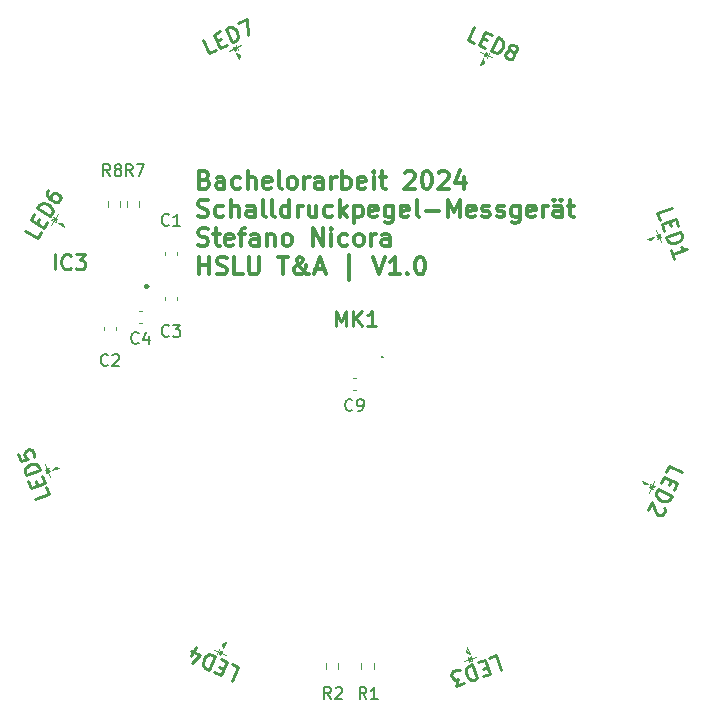
<source format=gto>
%TF.GenerationSoftware,KiCad,Pcbnew,8.0.0*%
%TF.CreationDate,2024-03-12T16:19:55+01:00*%
%TF.ProjectId,BAT2024,42415432-3032-4342-9e6b-696361645f70,1.0*%
%TF.SameCoordinates,Original*%
%TF.FileFunction,Legend,Top*%
%TF.FilePolarity,Positive*%
%FSLAX46Y46*%
G04 Gerber Fmt 4.6, Leading zero omitted, Abs format (unit mm)*
G04 Created by KiCad (PCBNEW 8.0.0) date 2024-03-12 16:19:55*
%MOMM*%
%LPD*%
G01*
G04 APERTURE LIST*
%ADD10C,0.300000*%
%ADD11C,0.254000*%
%ADD12C,0.150000*%
%ADD13C,0.120000*%
%ADD14C,0.250000*%
%ADD15C,0.200000*%
G04 APERTURE END LIST*
D10*
X101682510Y-42598366D02*
X101896796Y-42669794D01*
X101896796Y-42669794D02*
X101968225Y-42741223D01*
X101968225Y-42741223D02*
X102039653Y-42884080D01*
X102039653Y-42884080D02*
X102039653Y-43098366D01*
X102039653Y-43098366D02*
X101968225Y-43241223D01*
X101968225Y-43241223D02*
X101896796Y-43312652D01*
X101896796Y-43312652D02*
X101753939Y-43384080D01*
X101753939Y-43384080D02*
X101182510Y-43384080D01*
X101182510Y-43384080D02*
X101182510Y-41884080D01*
X101182510Y-41884080D02*
X101682510Y-41884080D01*
X101682510Y-41884080D02*
X101825368Y-41955509D01*
X101825368Y-41955509D02*
X101896796Y-42026937D01*
X101896796Y-42026937D02*
X101968225Y-42169794D01*
X101968225Y-42169794D02*
X101968225Y-42312652D01*
X101968225Y-42312652D02*
X101896796Y-42455509D01*
X101896796Y-42455509D02*
X101825368Y-42526937D01*
X101825368Y-42526937D02*
X101682510Y-42598366D01*
X101682510Y-42598366D02*
X101182510Y-42598366D01*
X103325368Y-43384080D02*
X103325368Y-42598366D01*
X103325368Y-42598366D02*
X103253939Y-42455509D01*
X103253939Y-42455509D02*
X103111082Y-42384080D01*
X103111082Y-42384080D02*
X102825368Y-42384080D01*
X102825368Y-42384080D02*
X102682510Y-42455509D01*
X103325368Y-43312652D02*
X103182510Y-43384080D01*
X103182510Y-43384080D02*
X102825368Y-43384080D01*
X102825368Y-43384080D02*
X102682510Y-43312652D01*
X102682510Y-43312652D02*
X102611082Y-43169794D01*
X102611082Y-43169794D02*
X102611082Y-43026937D01*
X102611082Y-43026937D02*
X102682510Y-42884080D01*
X102682510Y-42884080D02*
X102825368Y-42812652D01*
X102825368Y-42812652D02*
X103182510Y-42812652D01*
X103182510Y-42812652D02*
X103325368Y-42741223D01*
X104682511Y-43312652D02*
X104539653Y-43384080D01*
X104539653Y-43384080D02*
X104253939Y-43384080D01*
X104253939Y-43384080D02*
X104111082Y-43312652D01*
X104111082Y-43312652D02*
X104039653Y-43241223D01*
X104039653Y-43241223D02*
X103968225Y-43098366D01*
X103968225Y-43098366D02*
X103968225Y-42669794D01*
X103968225Y-42669794D02*
X104039653Y-42526937D01*
X104039653Y-42526937D02*
X104111082Y-42455509D01*
X104111082Y-42455509D02*
X104253939Y-42384080D01*
X104253939Y-42384080D02*
X104539653Y-42384080D01*
X104539653Y-42384080D02*
X104682511Y-42455509D01*
X105325367Y-43384080D02*
X105325367Y-41884080D01*
X105968225Y-43384080D02*
X105968225Y-42598366D01*
X105968225Y-42598366D02*
X105896796Y-42455509D01*
X105896796Y-42455509D02*
X105753939Y-42384080D01*
X105753939Y-42384080D02*
X105539653Y-42384080D01*
X105539653Y-42384080D02*
X105396796Y-42455509D01*
X105396796Y-42455509D02*
X105325367Y-42526937D01*
X107253939Y-43312652D02*
X107111082Y-43384080D01*
X107111082Y-43384080D02*
X106825368Y-43384080D01*
X106825368Y-43384080D02*
X106682510Y-43312652D01*
X106682510Y-43312652D02*
X106611082Y-43169794D01*
X106611082Y-43169794D02*
X106611082Y-42598366D01*
X106611082Y-42598366D02*
X106682510Y-42455509D01*
X106682510Y-42455509D02*
X106825368Y-42384080D01*
X106825368Y-42384080D02*
X107111082Y-42384080D01*
X107111082Y-42384080D02*
X107253939Y-42455509D01*
X107253939Y-42455509D02*
X107325368Y-42598366D01*
X107325368Y-42598366D02*
X107325368Y-42741223D01*
X107325368Y-42741223D02*
X106611082Y-42884080D01*
X108182510Y-43384080D02*
X108039653Y-43312652D01*
X108039653Y-43312652D02*
X107968224Y-43169794D01*
X107968224Y-43169794D02*
X107968224Y-41884080D01*
X108968224Y-43384080D02*
X108825367Y-43312652D01*
X108825367Y-43312652D02*
X108753938Y-43241223D01*
X108753938Y-43241223D02*
X108682510Y-43098366D01*
X108682510Y-43098366D02*
X108682510Y-42669794D01*
X108682510Y-42669794D02*
X108753938Y-42526937D01*
X108753938Y-42526937D02*
X108825367Y-42455509D01*
X108825367Y-42455509D02*
X108968224Y-42384080D01*
X108968224Y-42384080D02*
X109182510Y-42384080D01*
X109182510Y-42384080D02*
X109325367Y-42455509D01*
X109325367Y-42455509D02*
X109396796Y-42526937D01*
X109396796Y-42526937D02*
X109468224Y-42669794D01*
X109468224Y-42669794D02*
X109468224Y-43098366D01*
X109468224Y-43098366D02*
X109396796Y-43241223D01*
X109396796Y-43241223D02*
X109325367Y-43312652D01*
X109325367Y-43312652D02*
X109182510Y-43384080D01*
X109182510Y-43384080D02*
X108968224Y-43384080D01*
X110111081Y-43384080D02*
X110111081Y-42384080D01*
X110111081Y-42669794D02*
X110182510Y-42526937D01*
X110182510Y-42526937D02*
X110253939Y-42455509D01*
X110253939Y-42455509D02*
X110396796Y-42384080D01*
X110396796Y-42384080D02*
X110539653Y-42384080D01*
X111682510Y-43384080D02*
X111682510Y-42598366D01*
X111682510Y-42598366D02*
X111611081Y-42455509D01*
X111611081Y-42455509D02*
X111468224Y-42384080D01*
X111468224Y-42384080D02*
X111182510Y-42384080D01*
X111182510Y-42384080D02*
X111039652Y-42455509D01*
X111682510Y-43312652D02*
X111539652Y-43384080D01*
X111539652Y-43384080D02*
X111182510Y-43384080D01*
X111182510Y-43384080D02*
X111039652Y-43312652D01*
X111039652Y-43312652D02*
X110968224Y-43169794D01*
X110968224Y-43169794D02*
X110968224Y-43026937D01*
X110968224Y-43026937D02*
X111039652Y-42884080D01*
X111039652Y-42884080D02*
X111182510Y-42812652D01*
X111182510Y-42812652D02*
X111539652Y-42812652D01*
X111539652Y-42812652D02*
X111682510Y-42741223D01*
X112396795Y-43384080D02*
X112396795Y-42384080D01*
X112396795Y-42669794D02*
X112468224Y-42526937D01*
X112468224Y-42526937D02*
X112539653Y-42455509D01*
X112539653Y-42455509D02*
X112682510Y-42384080D01*
X112682510Y-42384080D02*
X112825367Y-42384080D01*
X113325366Y-43384080D02*
X113325366Y-41884080D01*
X113325366Y-42455509D02*
X113468224Y-42384080D01*
X113468224Y-42384080D02*
X113753938Y-42384080D01*
X113753938Y-42384080D02*
X113896795Y-42455509D01*
X113896795Y-42455509D02*
X113968224Y-42526937D01*
X113968224Y-42526937D02*
X114039652Y-42669794D01*
X114039652Y-42669794D02*
X114039652Y-43098366D01*
X114039652Y-43098366D02*
X113968224Y-43241223D01*
X113968224Y-43241223D02*
X113896795Y-43312652D01*
X113896795Y-43312652D02*
X113753938Y-43384080D01*
X113753938Y-43384080D02*
X113468224Y-43384080D01*
X113468224Y-43384080D02*
X113325366Y-43312652D01*
X115253938Y-43312652D02*
X115111081Y-43384080D01*
X115111081Y-43384080D02*
X114825367Y-43384080D01*
X114825367Y-43384080D02*
X114682509Y-43312652D01*
X114682509Y-43312652D02*
X114611081Y-43169794D01*
X114611081Y-43169794D02*
X114611081Y-42598366D01*
X114611081Y-42598366D02*
X114682509Y-42455509D01*
X114682509Y-42455509D02*
X114825367Y-42384080D01*
X114825367Y-42384080D02*
X115111081Y-42384080D01*
X115111081Y-42384080D02*
X115253938Y-42455509D01*
X115253938Y-42455509D02*
X115325367Y-42598366D01*
X115325367Y-42598366D02*
X115325367Y-42741223D01*
X115325367Y-42741223D02*
X114611081Y-42884080D01*
X115968223Y-43384080D02*
X115968223Y-42384080D01*
X115968223Y-41884080D02*
X115896795Y-41955509D01*
X115896795Y-41955509D02*
X115968223Y-42026937D01*
X115968223Y-42026937D02*
X116039652Y-41955509D01*
X116039652Y-41955509D02*
X115968223Y-41884080D01*
X115968223Y-41884080D02*
X115968223Y-42026937D01*
X116468224Y-42384080D02*
X117039652Y-42384080D01*
X116682509Y-41884080D02*
X116682509Y-43169794D01*
X116682509Y-43169794D02*
X116753938Y-43312652D01*
X116753938Y-43312652D02*
X116896795Y-43384080D01*
X116896795Y-43384080D02*
X117039652Y-43384080D01*
X118611081Y-42026937D02*
X118682509Y-41955509D01*
X118682509Y-41955509D02*
X118825367Y-41884080D01*
X118825367Y-41884080D02*
X119182509Y-41884080D01*
X119182509Y-41884080D02*
X119325367Y-41955509D01*
X119325367Y-41955509D02*
X119396795Y-42026937D01*
X119396795Y-42026937D02*
X119468224Y-42169794D01*
X119468224Y-42169794D02*
X119468224Y-42312652D01*
X119468224Y-42312652D02*
X119396795Y-42526937D01*
X119396795Y-42526937D02*
X118539652Y-43384080D01*
X118539652Y-43384080D02*
X119468224Y-43384080D01*
X120396795Y-41884080D02*
X120539652Y-41884080D01*
X120539652Y-41884080D02*
X120682509Y-41955509D01*
X120682509Y-41955509D02*
X120753938Y-42026937D01*
X120753938Y-42026937D02*
X120825366Y-42169794D01*
X120825366Y-42169794D02*
X120896795Y-42455509D01*
X120896795Y-42455509D02*
X120896795Y-42812652D01*
X120896795Y-42812652D02*
X120825366Y-43098366D01*
X120825366Y-43098366D02*
X120753938Y-43241223D01*
X120753938Y-43241223D02*
X120682509Y-43312652D01*
X120682509Y-43312652D02*
X120539652Y-43384080D01*
X120539652Y-43384080D02*
X120396795Y-43384080D01*
X120396795Y-43384080D02*
X120253938Y-43312652D01*
X120253938Y-43312652D02*
X120182509Y-43241223D01*
X120182509Y-43241223D02*
X120111080Y-43098366D01*
X120111080Y-43098366D02*
X120039652Y-42812652D01*
X120039652Y-42812652D02*
X120039652Y-42455509D01*
X120039652Y-42455509D02*
X120111080Y-42169794D01*
X120111080Y-42169794D02*
X120182509Y-42026937D01*
X120182509Y-42026937D02*
X120253938Y-41955509D01*
X120253938Y-41955509D02*
X120396795Y-41884080D01*
X121468223Y-42026937D02*
X121539651Y-41955509D01*
X121539651Y-41955509D02*
X121682509Y-41884080D01*
X121682509Y-41884080D02*
X122039651Y-41884080D01*
X122039651Y-41884080D02*
X122182509Y-41955509D01*
X122182509Y-41955509D02*
X122253937Y-42026937D01*
X122253937Y-42026937D02*
X122325366Y-42169794D01*
X122325366Y-42169794D02*
X122325366Y-42312652D01*
X122325366Y-42312652D02*
X122253937Y-42526937D01*
X122253937Y-42526937D02*
X121396794Y-43384080D01*
X121396794Y-43384080D02*
X122325366Y-43384080D01*
X123611080Y-42384080D02*
X123611080Y-43384080D01*
X123253937Y-41812652D02*
X122896794Y-42884080D01*
X122896794Y-42884080D02*
X123825365Y-42884080D01*
X101111082Y-45727568D02*
X101325368Y-45798996D01*
X101325368Y-45798996D02*
X101682510Y-45798996D01*
X101682510Y-45798996D02*
X101825368Y-45727568D01*
X101825368Y-45727568D02*
X101896796Y-45656139D01*
X101896796Y-45656139D02*
X101968225Y-45513282D01*
X101968225Y-45513282D02*
X101968225Y-45370425D01*
X101968225Y-45370425D02*
X101896796Y-45227568D01*
X101896796Y-45227568D02*
X101825368Y-45156139D01*
X101825368Y-45156139D02*
X101682510Y-45084710D01*
X101682510Y-45084710D02*
X101396796Y-45013282D01*
X101396796Y-45013282D02*
X101253939Y-44941853D01*
X101253939Y-44941853D02*
X101182510Y-44870425D01*
X101182510Y-44870425D02*
X101111082Y-44727568D01*
X101111082Y-44727568D02*
X101111082Y-44584710D01*
X101111082Y-44584710D02*
X101182510Y-44441853D01*
X101182510Y-44441853D02*
X101253939Y-44370425D01*
X101253939Y-44370425D02*
X101396796Y-44298996D01*
X101396796Y-44298996D02*
X101753939Y-44298996D01*
X101753939Y-44298996D02*
X101968225Y-44370425D01*
X103253939Y-45727568D02*
X103111081Y-45798996D01*
X103111081Y-45798996D02*
X102825367Y-45798996D01*
X102825367Y-45798996D02*
X102682510Y-45727568D01*
X102682510Y-45727568D02*
X102611081Y-45656139D01*
X102611081Y-45656139D02*
X102539653Y-45513282D01*
X102539653Y-45513282D02*
X102539653Y-45084710D01*
X102539653Y-45084710D02*
X102611081Y-44941853D01*
X102611081Y-44941853D02*
X102682510Y-44870425D01*
X102682510Y-44870425D02*
X102825367Y-44798996D01*
X102825367Y-44798996D02*
X103111081Y-44798996D01*
X103111081Y-44798996D02*
X103253939Y-44870425D01*
X103896795Y-45798996D02*
X103896795Y-44298996D01*
X104539653Y-45798996D02*
X104539653Y-45013282D01*
X104539653Y-45013282D02*
X104468224Y-44870425D01*
X104468224Y-44870425D02*
X104325367Y-44798996D01*
X104325367Y-44798996D02*
X104111081Y-44798996D01*
X104111081Y-44798996D02*
X103968224Y-44870425D01*
X103968224Y-44870425D02*
X103896795Y-44941853D01*
X105896796Y-45798996D02*
X105896796Y-45013282D01*
X105896796Y-45013282D02*
X105825367Y-44870425D01*
X105825367Y-44870425D02*
X105682510Y-44798996D01*
X105682510Y-44798996D02*
X105396796Y-44798996D01*
X105396796Y-44798996D02*
X105253938Y-44870425D01*
X105896796Y-45727568D02*
X105753938Y-45798996D01*
X105753938Y-45798996D02*
X105396796Y-45798996D01*
X105396796Y-45798996D02*
X105253938Y-45727568D01*
X105253938Y-45727568D02*
X105182510Y-45584710D01*
X105182510Y-45584710D02*
X105182510Y-45441853D01*
X105182510Y-45441853D02*
X105253938Y-45298996D01*
X105253938Y-45298996D02*
X105396796Y-45227568D01*
X105396796Y-45227568D02*
X105753938Y-45227568D01*
X105753938Y-45227568D02*
X105896796Y-45156139D01*
X106825367Y-45798996D02*
X106682510Y-45727568D01*
X106682510Y-45727568D02*
X106611081Y-45584710D01*
X106611081Y-45584710D02*
X106611081Y-44298996D01*
X107611081Y-45798996D02*
X107468224Y-45727568D01*
X107468224Y-45727568D02*
X107396795Y-45584710D01*
X107396795Y-45584710D02*
X107396795Y-44298996D01*
X108825367Y-45798996D02*
X108825367Y-44298996D01*
X108825367Y-45727568D02*
X108682509Y-45798996D01*
X108682509Y-45798996D02*
X108396795Y-45798996D01*
X108396795Y-45798996D02*
X108253938Y-45727568D01*
X108253938Y-45727568D02*
X108182509Y-45656139D01*
X108182509Y-45656139D02*
X108111081Y-45513282D01*
X108111081Y-45513282D02*
X108111081Y-45084710D01*
X108111081Y-45084710D02*
X108182509Y-44941853D01*
X108182509Y-44941853D02*
X108253938Y-44870425D01*
X108253938Y-44870425D02*
X108396795Y-44798996D01*
X108396795Y-44798996D02*
X108682509Y-44798996D01*
X108682509Y-44798996D02*
X108825367Y-44870425D01*
X109539652Y-45798996D02*
X109539652Y-44798996D01*
X109539652Y-45084710D02*
X109611081Y-44941853D01*
X109611081Y-44941853D02*
X109682510Y-44870425D01*
X109682510Y-44870425D02*
X109825367Y-44798996D01*
X109825367Y-44798996D02*
X109968224Y-44798996D01*
X111111081Y-44798996D02*
X111111081Y-45798996D01*
X110468223Y-44798996D02*
X110468223Y-45584710D01*
X110468223Y-45584710D02*
X110539652Y-45727568D01*
X110539652Y-45727568D02*
X110682509Y-45798996D01*
X110682509Y-45798996D02*
X110896795Y-45798996D01*
X110896795Y-45798996D02*
X111039652Y-45727568D01*
X111039652Y-45727568D02*
X111111081Y-45656139D01*
X112468224Y-45727568D02*
X112325366Y-45798996D01*
X112325366Y-45798996D02*
X112039652Y-45798996D01*
X112039652Y-45798996D02*
X111896795Y-45727568D01*
X111896795Y-45727568D02*
X111825366Y-45656139D01*
X111825366Y-45656139D02*
X111753938Y-45513282D01*
X111753938Y-45513282D02*
X111753938Y-45084710D01*
X111753938Y-45084710D02*
X111825366Y-44941853D01*
X111825366Y-44941853D02*
X111896795Y-44870425D01*
X111896795Y-44870425D02*
X112039652Y-44798996D01*
X112039652Y-44798996D02*
X112325366Y-44798996D01*
X112325366Y-44798996D02*
X112468224Y-44870425D01*
X113111080Y-45798996D02*
X113111080Y-44298996D01*
X113253938Y-45227568D02*
X113682509Y-45798996D01*
X113682509Y-44798996D02*
X113111080Y-45370425D01*
X114325366Y-44798996D02*
X114325366Y-46298996D01*
X114325366Y-44870425D02*
X114468224Y-44798996D01*
X114468224Y-44798996D02*
X114753938Y-44798996D01*
X114753938Y-44798996D02*
X114896795Y-44870425D01*
X114896795Y-44870425D02*
X114968224Y-44941853D01*
X114968224Y-44941853D02*
X115039652Y-45084710D01*
X115039652Y-45084710D02*
X115039652Y-45513282D01*
X115039652Y-45513282D02*
X114968224Y-45656139D01*
X114968224Y-45656139D02*
X114896795Y-45727568D01*
X114896795Y-45727568D02*
X114753938Y-45798996D01*
X114753938Y-45798996D02*
X114468224Y-45798996D01*
X114468224Y-45798996D02*
X114325366Y-45727568D01*
X116253938Y-45727568D02*
X116111081Y-45798996D01*
X116111081Y-45798996D02*
X115825367Y-45798996D01*
X115825367Y-45798996D02*
X115682509Y-45727568D01*
X115682509Y-45727568D02*
X115611081Y-45584710D01*
X115611081Y-45584710D02*
X115611081Y-45013282D01*
X115611081Y-45013282D02*
X115682509Y-44870425D01*
X115682509Y-44870425D02*
X115825367Y-44798996D01*
X115825367Y-44798996D02*
X116111081Y-44798996D01*
X116111081Y-44798996D02*
X116253938Y-44870425D01*
X116253938Y-44870425D02*
X116325367Y-45013282D01*
X116325367Y-45013282D02*
X116325367Y-45156139D01*
X116325367Y-45156139D02*
X115611081Y-45298996D01*
X117611081Y-44798996D02*
X117611081Y-46013282D01*
X117611081Y-46013282D02*
X117539652Y-46156139D01*
X117539652Y-46156139D02*
X117468223Y-46227568D01*
X117468223Y-46227568D02*
X117325366Y-46298996D01*
X117325366Y-46298996D02*
X117111081Y-46298996D01*
X117111081Y-46298996D02*
X116968223Y-46227568D01*
X117611081Y-45727568D02*
X117468223Y-45798996D01*
X117468223Y-45798996D02*
X117182509Y-45798996D01*
X117182509Y-45798996D02*
X117039652Y-45727568D01*
X117039652Y-45727568D02*
X116968223Y-45656139D01*
X116968223Y-45656139D02*
X116896795Y-45513282D01*
X116896795Y-45513282D02*
X116896795Y-45084710D01*
X116896795Y-45084710D02*
X116968223Y-44941853D01*
X116968223Y-44941853D02*
X117039652Y-44870425D01*
X117039652Y-44870425D02*
X117182509Y-44798996D01*
X117182509Y-44798996D02*
X117468223Y-44798996D01*
X117468223Y-44798996D02*
X117611081Y-44870425D01*
X118896795Y-45727568D02*
X118753938Y-45798996D01*
X118753938Y-45798996D02*
X118468224Y-45798996D01*
X118468224Y-45798996D02*
X118325366Y-45727568D01*
X118325366Y-45727568D02*
X118253938Y-45584710D01*
X118253938Y-45584710D02*
X118253938Y-45013282D01*
X118253938Y-45013282D02*
X118325366Y-44870425D01*
X118325366Y-44870425D02*
X118468224Y-44798996D01*
X118468224Y-44798996D02*
X118753938Y-44798996D01*
X118753938Y-44798996D02*
X118896795Y-44870425D01*
X118896795Y-44870425D02*
X118968224Y-45013282D01*
X118968224Y-45013282D02*
X118968224Y-45156139D01*
X118968224Y-45156139D02*
X118253938Y-45298996D01*
X119825366Y-45798996D02*
X119682509Y-45727568D01*
X119682509Y-45727568D02*
X119611080Y-45584710D01*
X119611080Y-45584710D02*
X119611080Y-44298996D01*
X120396794Y-45227568D02*
X121539652Y-45227568D01*
X122253937Y-45798996D02*
X122253937Y-44298996D01*
X122253937Y-44298996D02*
X122753937Y-45370425D01*
X122753937Y-45370425D02*
X123253937Y-44298996D01*
X123253937Y-44298996D02*
X123253937Y-45798996D01*
X124539652Y-45727568D02*
X124396795Y-45798996D01*
X124396795Y-45798996D02*
X124111081Y-45798996D01*
X124111081Y-45798996D02*
X123968223Y-45727568D01*
X123968223Y-45727568D02*
X123896795Y-45584710D01*
X123896795Y-45584710D02*
X123896795Y-45013282D01*
X123896795Y-45013282D02*
X123968223Y-44870425D01*
X123968223Y-44870425D02*
X124111081Y-44798996D01*
X124111081Y-44798996D02*
X124396795Y-44798996D01*
X124396795Y-44798996D02*
X124539652Y-44870425D01*
X124539652Y-44870425D02*
X124611081Y-45013282D01*
X124611081Y-45013282D02*
X124611081Y-45156139D01*
X124611081Y-45156139D02*
X123896795Y-45298996D01*
X125182509Y-45727568D02*
X125325366Y-45798996D01*
X125325366Y-45798996D02*
X125611080Y-45798996D01*
X125611080Y-45798996D02*
X125753937Y-45727568D01*
X125753937Y-45727568D02*
X125825366Y-45584710D01*
X125825366Y-45584710D02*
X125825366Y-45513282D01*
X125825366Y-45513282D02*
X125753937Y-45370425D01*
X125753937Y-45370425D02*
X125611080Y-45298996D01*
X125611080Y-45298996D02*
X125396795Y-45298996D01*
X125396795Y-45298996D02*
X125253937Y-45227568D01*
X125253937Y-45227568D02*
X125182509Y-45084710D01*
X125182509Y-45084710D02*
X125182509Y-45013282D01*
X125182509Y-45013282D02*
X125253937Y-44870425D01*
X125253937Y-44870425D02*
X125396795Y-44798996D01*
X125396795Y-44798996D02*
X125611080Y-44798996D01*
X125611080Y-44798996D02*
X125753937Y-44870425D01*
X126396795Y-45727568D02*
X126539652Y-45798996D01*
X126539652Y-45798996D02*
X126825366Y-45798996D01*
X126825366Y-45798996D02*
X126968223Y-45727568D01*
X126968223Y-45727568D02*
X127039652Y-45584710D01*
X127039652Y-45584710D02*
X127039652Y-45513282D01*
X127039652Y-45513282D02*
X126968223Y-45370425D01*
X126968223Y-45370425D02*
X126825366Y-45298996D01*
X126825366Y-45298996D02*
X126611081Y-45298996D01*
X126611081Y-45298996D02*
X126468223Y-45227568D01*
X126468223Y-45227568D02*
X126396795Y-45084710D01*
X126396795Y-45084710D02*
X126396795Y-45013282D01*
X126396795Y-45013282D02*
X126468223Y-44870425D01*
X126468223Y-44870425D02*
X126611081Y-44798996D01*
X126611081Y-44798996D02*
X126825366Y-44798996D01*
X126825366Y-44798996D02*
X126968223Y-44870425D01*
X128325367Y-44798996D02*
X128325367Y-46013282D01*
X128325367Y-46013282D02*
X128253938Y-46156139D01*
X128253938Y-46156139D02*
X128182509Y-46227568D01*
X128182509Y-46227568D02*
X128039652Y-46298996D01*
X128039652Y-46298996D02*
X127825367Y-46298996D01*
X127825367Y-46298996D02*
X127682509Y-46227568D01*
X128325367Y-45727568D02*
X128182509Y-45798996D01*
X128182509Y-45798996D02*
X127896795Y-45798996D01*
X127896795Y-45798996D02*
X127753938Y-45727568D01*
X127753938Y-45727568D02*
X127682509Y-45656139D01*
X127682509Y-45656139D02*
X127611081Y-45513282D01*
X127611081Y-45513282D02*
X127611081Y-45084710D01*
X127611081Y-45084710D02*
X127682509Y-44941853D01*
X127682509Y-44941853D02*
X127753938Y-44870425D01*
X127753938Y-44870425D02*
X127896795Y-44798996D01*
X127896795Y-44798996D02*
X128182509Y-44798996D01*
X128182509Y-44798996D02*
X128325367Y-44870425D01*
X129611081Y-45727568D02*
X129468224Y-45798996D01*
X129468224Y-45798996D02*
X129182510Y-45798996D01*
X129182510Y-45798996D02*
X129039652Y-45727568D01*
X129039652Y-45727568D02*
X128968224Y-45584710D01*
X128968224Y-45584710D02*
X128968224Y-45013282D01*
X128968224Y-45013282D02*
X129039652Y-44870425D01*
X129039652Y-44870425D02*
X129182510Y-44798996D01*
X129182510Y-44798996D02*
X129468224Y-44798996D01*
X129468224Y-44798996D02*
X129611081Y-44870425D01*
X129611081Y-44870425D02*
X129682510Y-45013282D01*
X129682510Y-45013282D02*
X129682510Y-45156139D01*
X129682510Y-45156139D02*
X128968224Y-45298996D01*
X130325366Y-45798996D02*
X130325366Y-44798996D01*
X130325366Y-45084710D02*
X130396795Y-44941853D01*
X130396795Y-44941853D02*
X130468224Y-44870425D01*
X130468224Y-44870425D02*
X130611081Y-44798996D01*
X130611081Y-44798996D02*
X130753938Y-44798996D01*
X131896795Y-45798996D02*
X131896795Y-45013282D01*
X131896795Y-45013282D02*
X131825366Y-44870425D01*
X131825366Y-44870425D02*
X131682509Y-44798996D01*
X131682509Y-44798996D02*
X131396795Y-44798996D01*
X131396795Y-44798996D02*
X131253937Y-44870425D01*
X131896795Y-45727568D02*
X131753937Y-45798996D01*
X131753937Y-45798996D02*
X131396795Y-45798996D01*
X131396795Y-45798996D02*
X131253937Y-45727568D01*
X131253937Y-45727568D02*
X131182509Y-45584710D01*
X131182509Y-45584710D02*
X131182509Y-45441853D01*
X131182509Y-45441853D02*
X131253937Y-45298996D01*
X131253937Y-45298996D02*
X131396795Y-45227568D01*
X131396795Y-45227568D02*
X131753937Y-45227568D01*
X131753937Y-45227568D02*
X131896795Y-45156139D01*
X131253937Y-44298996D02*
X131325366Y-44370425D01*
X131325366Y-44370425D02*
X131253937Y-44441853D01*
X131253937Y-44441853D02*
X131182509Y-44370425D01*
X131182509Y-44370425D02*
X131253937Y-44298996D01*
X131253937Y-44298996D02*
X131253937Y-44441853D01*
X131825366Y-44298996D02*
X131896795Y-44370425D01*
X131896795Y-44370425D02*
X131825366Y-44441853D01*
X131825366Y-44441853D02*
X131753937Y-44370425D01*
X131753937Y-44370425D02*
X131825366Y-44298996D01*
X131825366Y-44298996D02*
X131825366Y-44441853D01*
X132396795Y-44798996D02*
X132968223Y-44798996D01*
X132611080Y-44298996D02*
X132611080Y-45584710D01*
X132611080Y-45584710D02*
X132682509Y-45727568D01*
X132682509Y-45727568D02*
X132825366Y-45798996D01*
X132825366Y-45798996D02*
X132968223Y-45798996D01*
X101111082Y-48142484D02*
X101325368Y-48213912D01*
X101325368Y-48213912D02*
X101682510Y-48213912D01*
X101682510Y-48213912D02*
X101825368Y-48142484D01*
X101825368Y-48142484D02*
X101896796Y-48071055D01*
X101896796Y-48071055D02*
X101968225Y-47928198D01*
X101968225Y-47928198D02*
X101968225Y-47785341D01*
X101968225Y-47785341D02*
X101896796Y-47642484D01*
X101896796Y-47642484D02*
X101825368Y-47571055D01*
X101825368Y-47571055D02*
X101682510Y-47499626D01*
X101682510Y-47499626D02*
X101396796Y-47428198D01*
X101396796Y-47428198D02*
X101253939Y-47356769D01*
X101253939Y-47356769D02*
X101182510Y-47285341D01*
X101182510Y-47285341D02*
X101111082Y-47142484D01*
X101111082Y-47142484D02*
X101111082Y-46999626D01*
X101111082Y-46999626D02*
X101182510Y-46856769D01*
X101182510Y-46856769D02*
X101253939Y-46785341D01*
X101253939Y-46785341D02*
X101396796Y-46713912D01*
X101396796Y-46713912D02*
X101753939Y-46713912D01*
X101753939Y-46713912D02*
X101968225Y-46785341D01*
X102396796Y-47213912D02*
X102968224Y-47213912D01*
X102611081Y-46713912D02*
X102611081Y-47999626D01*
X102611081Y-47999626D02*
X102682510Y-48142484D01*
X102682510Y-48142484D02*
X102825367Y-48213912D01*
X102825367Y-48213912D02*
X102968224Y-48213912D01*
X104039653Y-48142484D02*
X103896796Y-48213912D01*
X103896796Y-48213912D02*
X103611082Y-48213912D01*
X103611082Y-48213912D02*
X103468224Y-48142484D01*
X103468224Y-48142484D02*
X103396796Y-47999626D01*
X103396796Y-47999626D02*
X103396796Y-47428198D01*
X103396796Y-47428198D02*
X103468224Y-47285341D01*
X103468224Y-47285341D02*
X103611082Y-47213912D01*
X103611082Y-47213912D02*
X103896796Y-47213912D01*
X103896796Y-47213912D02*
X104039653Y-47285341D01*
X104039653Y-47285341D02*
X104111082Y-47428198D01*
X104111082Y-47428198D02*
X104111082Y-47571055D01*
X104111082Y-47571055D02*
X103396796Y-47713912D01*
X104539653Y-47213912D02*
X105111081Y-47213912D01*
X104753938Y-48213912D02*
X104753938Y-46928198D01*
X104753938Y-46928198D02*
X104825367Y-46785341D01*
X104825367Y-46785341D02*
X104968224Y-46713912D01*
X104968224Y-46713912D02*
X105111081Y-46713912D01*
X106253939Y-48213912D02*
X106253939Y-47428198D01*
X106253939Y-47428198D02*
X106182510Y-47285341D01*
X106182510Y-47285341D02*
X106039653Y-47213912D01*
X106039653Y-47213912D02*
X105753939Y-47213912D01*
X105753939Y-47213912D02*
X105611081Y-47285341D01*
X106253939Y-48142484D02*
X106111081Y-48213912D01*
X106111081Y-48213912D02*
X105753939Y-48213912D01*
X105753939Y-48213912D02*
X105611081Y-48142484D01*
X105611081Y-48142484D02*
X105539653Y-47999626D01*
X105539653Y-47999626D02*
X105539653Y-47856769D01*
X105539653Y-47856769D02*
X105611081Y-47713912D01*
X105611081Y-47713912D02*
X105753939Y-47642484D01*
X105753939Y-47642484D02*
X106111081Y-47642484D01*
X106111081Y-47642484D02*
X106253939Y-47571055D01*
X106968224Y-47213912D02*
X106968224Y-48213912D01*
X106968224Y-47356769D02*
X107039653Y-47285341D01*
X107039653Y-47285341D02*
X107182510Y-47213912D01*
X107182510Y-47213912D02*
X107396796Y-47213912D01*
X107396796Y-47213912D02*
X107539653Y-47285341D01*
X107539653Y-47285341D02*
X107611082Y-47428198D01*
X107611082Y-47428198D02*
X107611082Y-48213912D01*
X108539653Y-48213912D02*
X108396796Y-48142484D01*
X108396796Y-48142484D02*
X108325367Y-48071055D01*
X108325367Y-48071055D02*
X108253939Y-47928198D01*
X108253939Y-47928198D02*
X108253939Y-47499626D01*
X108253939Y-47499626D02*
X108325367Y-47356769D01*
X108325367Y-47356769D02*
X108396796Y-47285341D01*
X108396796Y-47285341D02*
X108539653Y-47213912D01*
X108539653Y-47213912D02*
X108753939Y-47213912D01*
X108753939Y-47213912D02*
X108896796Y-47285341D01*
X108896796Y-47285341D02*
X108968225Y-47356769D01*
X108968225Y-47356769D02*
X109039653Y-47499626D01*
X109039653Y-47499626D02*
X109039653Y-47928198D01*
X109039653Y-47928198D02*
X108968225Y-48071055D01*
X108968225Y-48071055D02*
X108896796Y-48142484D01*
X108896796Y-48142484D02*
X108753939Y-48213912D01*
X108753939Y-48213912D02*
X108539653Y-48213912D01*
X110825367Y-48213912D02*
X110825367Y-46713912D01*
X110825367Y-46713912D02*
X111682510Y-48213912D01*
X111682510Y-48213912D02*
X111682510Y-46713912D01*
X112396796Y-48213912D02*
X112396796Y-47213912D01*
X112396796Y-46713912D02*
X112325368Y-46785341D01*
X112325368Y-46785341D02*
X112396796Y-46856769D01*
X112396796Y-46856769D02*
X112468225Y-46785341D01*
X112468225Y-46785341D02*
X112396796Y-46713912D01*
X112396796Y-46713912D02*
X112396796Y-46856769D01*
X113753940Y-48142484D02*
X113611082Y-48213912D01*
X113611082Y-48213912D02*
X113325368Y-48213912D01*
X113325368Y-48213912D02*
X113182511Y-48142484D01*
X113182511Y-48142484D02*
X113111082Y-48071055D01*
X113111082Y-48071055D02*
X113039654Y-47928198D01*
X113039654Y-47928198D02*
X113039654Y-47499626D01*
X113039654Y-47499626D02*
X113111082Y-47356769D01*
X113111082Y-47356769D02*
X113182511Y-47285341D01*
X113182511Y-47285341D02*
X113325368Y-47213912D01*
X113325368Y-47213912D02*
X113611082Y-47213912D01*
X113611082Y-47213912D02*
X113753940Y-47285341D01*
X114611082Y-48213912D02*
X114468225Y-48142484D01*
X114468225Y-48142484D02*
X114396796Y-48071055D01*
X114396796Y-48071055D02*
X114325368Y-47928198D01*
X114325368Y-47928198D02*
X114325368Y-47499626D01*
X114325368Y-47499626D02*
X114396796Y-47356769D01*
X114396796Y-47356769D02*
X114468225Y-47285341D01*
X114468225Y-47285341D02*
X114611082Y-47213912D01*
X114611082Y-47213912D02*
X114825368Y-47213912D01*
X114825368Y-47213912D02*
X114968225Y-47285341D01*
X114968225Y-47285341D02*
X115039654Y-47356769D01*
X115039654Y-47356769D02*
X115111082Y-47499626D01*
X115111082Y-47499626D02*
X115111082Y-47928198D01*
X115111082Y-47928198D02*
X115039654Y-48071055D01*
X115039654Y-48071055D02*
X114968225Y-48142484D01*
X114968225Y-48142484D02*
X114825368Y-48213912D01*
X114825368Y-48213912D02*
X114611082Y-48213912D01*
X115753939Y-48213912D02*
X115753939Y-47213912D01*
X115753939Y-47499626D02*
X115825368Y-47356769D01*
X115825368Y-47356769D02*
X115896797Y-47285341D01*
X115896797Y-47285341D02*
X116039654Y-47213912D01*
X116039654Y-47213912D02*
X116182511Y-47213912D01*
X117325368Y-48213912D02*
X117325368Y-47428198D01*
X117325368Y-47428198D02*
X117253939Y-47285341D01*
X117253939Y-47285341D02*
X117111082Y-47213912D01*
X117111082Y-47213912D02*
X116825368Y-47213912D01*
X116825368Y-47213912D02*
X116682510Y-47285341D01*
X117325368Y-48142484D02*
X117182510Y-48213912D01*
X117182510Y-48213912D02*
X116825368Y-48213912D01*
X116825368Y-48213912D02*
X116682510Y-48142484D01*
X116682510Y-48142484D02*
X116611082Y-47999626D01*
X116611082Y-47999626D02*
X116611082Y-47856769D01*
X116611082Y-47856769D02*
X116682510Y-47713912D01*
X116682510Y-47713912D02*
X116825368Y-47642484D01*
X116825368Y-47642484D02*
X117182510Y-47642484D01*
X117182510Y-47642484D02*
X117325368Y-47571055D01*
X101182510Y-50628828D02*
X101182510Y-49128828D01*
X101182510Y-49843114D02*
X102039653Y-49843114D01*
X102039653Y-50628828D02*
X102039653Y-49128828D01*
X102682511Y-50557400D02*
X102896797Y-50628828D01*
X102896797Y-50628828D02*
X103253939Y-50628828D01*
X103253939Y-50628828D02*
X103396797Y-50557400D01*
X103396797Y-50557400D02*
X103468225Y-50485971D01*
X103468225Y-50485971D02*
X103539654Y-50343114D01*
X103539654Y-50343114D02*
X103539654Y-50200257D01*
X103539654Y-50200257D02*
X103468225Y-50057400D01*
X103468225Y-50057400D02*
X103396797Y-49985971D01*
X103396797Y-49985971D02*
X103253939Y-49914542D01*
X103253939Y-49914542D02*
X102968225Y-49843114D01*
X102968225Y-49843114D02*
X102825368Y-49771685D01*
X102825368Y-49771685D02*
X102753939Y-49700257D01*
X102753939Y-49700257D02*
X102682511Y-49557400D01*
X102682511Y-49557400D02*
X102682511Y-49414542D01*
X102682511Y-49414542D02*
X102753939Y-49271685D01*
X102753939Y-49271685D02*
X102825368Y-49200257D01*
X102825368Y-49200257D02*
X102968225Y-49128828D01*
X102968225Y-49128828D02*
X103325368Y-49128828D01*
X103325368Y-49128828D02*
X103539654Y-49200257D01*
X104896796Y-50628828D02*
X104182510Y-50628828D01*
X104182510Y-50628828D02*
X104182510Y-49128828D01*
X105396796Y-49128828D02*
X105396796Y-50343114D01*
X105396796Y-50343114D02*
X105468225Y-50485971D01*
X105468225Y-50485971D02*
X105539654Y-50557400D01*
X105539654Y-50557400D02*
X105682511Y-50628828D01*
X105682511Y-50628828D02*
X105968225Y-50628828D01*
X105968225Y-50628828D02*
X106111082Y-50557400D01*
X106111082Y-50557400D02*
X106182511Y-50485971D01*
X106182511Y-50485971D02*
X106253939Y-50343114D01*
X106253939Y-50343114D02*
X106253939Y-49128828D01*
X107896797Y-49128828D02*
X108753940Y-49128828D01*
X108325368Y-50628828D02*
X108325368Y-49128828D01*
X110468225Y-50628828D02*
X110396797Y-50628828D01*
X110396797Y-50628828D02*
X110253939Y-50557400D01*
X110253939Y-50557400D02*
X110039654Y-50343114D01*
X110039654Y-50343114D02*
X109682511Y-49914542D01*
X109682511Y-49914542D02*
X109539654Y-49700257D01*
X109539654Y-49700257D02*
X109468225Y-49485971D01*
X109468225Y-49485971D02*
X109468225Y-49343114D01*
X109468225Y-49343114D02*
X109539654Y-49200257D01*
X109539654Y-49200257D02*
X109682511Y-49128828D01*
X109682511Y-49128828D02*
X109753939Y-49128828D01*
X109753939Y-49128828D02*
X109896797Y-49200257D01*
X109896797Y-49200257D02*
X109968225Y-49343114D01*
X109968225Y-49343114D02*
X109968225Y-49414542D01*
X109968225Y-49414542D02*
X109896797Y-49557400D01*
X109896797Y-49557400D02*
X109825368Y-49628828D01*
X109825368Y-49628828D02*
X109396797Y-49914542D01*
X109396797Y-49914542D02*
X109325368Y-49985971D01*
X109325368Y-49985971D02*
X109253939Y-50128828D01*
X109253939Y-50128828D02*
X109253939Y-50343114D01*
X109253939Y-50343114D02*
X109325368Y-50485971D01*
X109325368Y-50485971D02*
X109396797Y-50557400D01*
X109396797Y-50557400D02*
X109539654Y-50628828D01*
X109539654Y-50628828D02*
X109753939Y-50628828D01*
X109753939Y-50628828D02*
X109896797Y-50557400D01*
X109896797Y-50557400D02*
X109968225Y-50485971D01*
X109968225Y-50485971D02*
X110182511Y-50200257D01*
X110182511Y-50200257D02*
X110253939Y-49985971D01*
X110253939Y-49985971D02*
X110253939Y-49843114D01*
X111039654Y-50200257D02*
X111753940Y-50200257D01*
X110896797Y-50628828D02*
X111396797Y-49128828D01*
X111396797Y-49128828D02*
X111896797Y-50628828D01*
X113896796Y-51128828D02*
X113896796Y-48985971D01*
X115896796Y-49128828D02*
X116396796Y-50628828D01*
X116396796Y-50628828D02*
X116896796Y-49128828D01*
X118182510Y-50628828D02*
X117325367Y-50628828D01*
X117753938Y-50628828D02*
X117753938Y-49128828D01*
X117753938Y-49128828D02*
X117611081Y-49343114D01*
X117611081Y-49343114D02*
X117468224Y-49485971D01*
X117468224Y-49485971D02*
X117325367Y-49557400D01*
X118825366Y-50485971D02*
X118896795Y-50557400D01*
X118896795Y-50557400D02*
X118825366Y-50628828D01*
X118825366Y-50628828D02*
X118753938Y-50557400D01*
X118753938Y-50557400D02*
X118825366Y-50485971D01*
X118825366Y-50485971D02*
X118825366Y-50628828D01*
X119825367Y-49128828D02*
X119968224Y-49128828D01*
X119968224Y-49128828D02*
X120111081Y-49200257D01*
X120111081Y-49200257D02*
X120182510Y-49271685D01*
X120182510Y-49271685D02*
X120253938Y-49414542D01*
X120253938Y-49414542D02*
X120325367Y-49700257D01*
X120325367Y-49700257D02*
X120325367Y-50057400D01*
X120325367Y-50057400D02*
X120253938Y-50343114D01*
X120253938Y-50343114D02*
X120182510Y-50485971D01*
X120182510Y-50485971D02*
X120111081Y-50557400D01*
X120111081Y-50557400D02*
X119968224Y-50628828D01*
X119968224Y-50628828D02*
X119825367Y-50628828D01*
X119825367Y-50628828D02*
X119682510Y-50557400D01*
X119682510Y-50557400D02*
X119611081Y-50485971D01*
X119611081Y-50485971D02*
X119539652Y-50343114D01*
X119539652Y-50343114D02*
X119468224Y-50057400D01*
X119468224Y-50057400D02*
X119468224Y-49700257D01*
X119468224Y-49700257D02*
X119539652Y-49414542D01*
X119539652Y-49414542D02*
X119611081Y-49271685D01*
X119611081Y-49271685D02*
X119682510Y-49200257D01*
X119682510Y-49200257D02*
X119825367Y-49128828D01*
D11*
X102582680Y-31649129D02*
X102034580Y-31904713D01*
X102034580Y-31904713D02*
X101497855Y-30753702D01*
X102685208Y-30867311D02*
X103068879Y-30688402D01*
X103514451Y-31214638D02*
X102966350Y-31470221D01*
X102966350Y-31470221D02*
X102429625Y-30319210D01*
X102429625Y-30319210D02*
X102977725Y-30063627D01*
X104007741Y-30984612D02*
X103471016Y-29833602D01*
X103471016Y-29833602D02*
X103745066Y-29705810D01*
X103745066Y-29705810D02*
X103935055Y-29683945D01*
X103935055Y-29683945D02*
X104095792Y-29742448D01*
X104095792Y-29742448D02*
X104201718Y-29826510D01*
X104201718Y-29826510D02*
X104358762Y-30020192D01*
X104358762Y-30020192D02*
X104435437Y-30184622D01*
X104435437Y-30184622D02*
X104482860Y-30429421D01*
X104482860Y-30429421D02*
X104479167Y-30564599D01*
X104479167Y-30564599D02*
X104420663Y-30725336D01*
X104420663Y-30725336D02*
X104281792Y-30856821D01*
X104281792Y-30856821D02*
X104007741Y-30984612D01*
X104512407Y-29347993D02*
X105279748Y-28990176D01*
X105279748Y-28990176D02*
X105323182Y-30371212D01*
X103958753Y-83608111D02*
X104506853Y-83863695D01*
X104506853Y-83863695D02*
X103970128Y-85014706D01*
X103293941Y-84032114D02*
X102910270Y-83853205D01*
X103026982Y-83173620D02*
X103575082Y-83429203D01*
X103575082Y-83429203D02*
X103038357Y-84580214D01*
X103038357Y-84580214D02*
X102490257Y-84324631D01*
X102533691Y-82943594D02*
X101996966Y-84094605D01*
X101996966Y-84094605D02*
X101722916Y-83966814D01*
X101722916Y-83966814D02*
X101584044Y-83835329D01*
X101584044Y-83835329D02*
X101525541Y-83674592D01*
X101525541Y-83674592D02*
X101521847Y-83539413D01*
X101521847Y-83539413D02*
X101569271Y-83294615D01*
X101569271Y-83294615D02*
X101645946Y-83130185D01*
X101645946Y-83130185D02*
X101802989Y-82936503D01*
X101802989Y-82936503D02*
X101908916Y-82852441D01*
X101908916Y-82852441D02*
X102069653Y-82793938D01*
X102069653Y-82793938D02*
X102259641Y-82815803D01*
X102259641Y-82815803D02*
X102533691Y-82943594D01*
X100531573Y-82944185D02*
X100889390Y-82176844D01*
X100601157Y-83510457D02*
X101258582Y-82816098D01*
X101258582Y-82816098D02*
X100546052Y-82483839D01*
X140708111Y-67397246D02*
X140963695Y-66849146D01*
X140963695Y-66849146D02*
X142114706Y-67385871D01*
X141132114Y-68062058D02*
X140953205Y-68445729D01*
X140273620Y-68329017D02*
X140529203Y-67780917D01*
X140529203Y-67780917D02*
X141680214Y-68317642D01*
X141680214Y-68317642D02*
X141424631Y-68865742D01*
X140043594Y-68822308D02*
X141194605Y-69359033D01*
X141194605Y-69359033D02*
X141066814Y-69633083D01*
X141066814Y-69633083D02*
X140935329Y-69771955D01*
X140935329Y-69771955D02*
X140774592Y-69830458D01*
X140774592Y-69830458D02*
X140639413Y-69834152D01*
X140639413Y-69834152D02*
X140394615Y-69786728D01*
X140394615Y-69786728D02*
X140230185Y-69710053D01*
X140230185Y-69710053D02*
X140036503Y-69553010D01*
X140036503Y-69553010D02*
X139952441Y-69447083D01*
X139952441Y-69447083D02*
X139893938Y-69286346D01*
X139893938Y-69286346D02*
X139915803Y-69096358D01*
X139915803Y-69096358D02*
X140043594Y-68822308D01*
X140573818Y-70404117D02*
X140603070Y-70484485D01*
X140603070Y-70484485D02*
X140606763Y-70619664D01*
X140606763Y-70619664D02*
X140478972Y-70893714D01*
X140478972Y-70893714D02*
X140373045Y-70977776D01*
X140373045Y-70977776D02*
X140292677Y-71007028D01*
X140292677Y-71007028D02*
X140157498Y-71010721D01*
X140157498Y-71010721D02*
X140047878Y-70959604D01*
X140047878Y-70959604D02*
X139909006Y-70828119D01*
X139909006Y-70828119D02*
X139557986Y-69863698D01*
X139557986Y-69863698D02*
X139225727Y-70576229D01*
X140202241Y-45988946D02*
X139995401Y-45420656D01*
X139995401Y-45420656D02*
X141188810Y-44986290D01*
X140972149Y-46159224D02*
X141116938Y-46557027D01*
X140553870Y-46955039D02*
X140347030Y-46386749D01*
X140347030Y-46386749D02*
X141540439Y-45952383D01*
X141540439Y-45952383D02*
X141747280Y-46520674D01*
X140740027Y-47466501D02*
X141933437Y-47032135D01*
X141933437Y-47032135D02*
X142036857Y-47316280D01*
X142036857Y-47316280D02*
X142042080Y-47507452D01*
X142042080Y-47507452D02*
X141969791Y-47662478D01*
X141969791Y-47662478D02*
X141876817Y-47760675D01*
X141876817Y-47760675D02*
X141670185Y-47900240D01*
X141670185Y-47900240D02*
X141499697Y-47962293D01*
X141499697Y-47962293D02*
X141251697Y-47988200D01*
X141251697Y-47988200D02*
X141117355Y-47972739D01*
X141117355Y-47972739D02*
X140962329Y-47900449D01*
X140962329Y-47900449D02*
X140843448Y-47750646D01*
X140843448Y-47750646D02*
X140740027Y-47466501D01*
X141401918Y-49285030D02*
X141153709Y-48603082D01*
X141277813Y-48944056D02*
X142471223Y-48509690D01*
X142471223Y-48509690D02*
X142259368Y-48458084D01*
X142259368Y-48458084D02*
X142104341Y-48385794D01*
X142104341Y-48385794D02*
X142006144Y-48292820D01*
X87814779Y-47045945D02*
X87512398Y-47569685D01*
X87512398Y-47569685D02*
X86412545Y-46934685D01*
X87450332Y-46346709D02*
X87661999Y-45980092D01*
X88328826Y-46155589D02*
X88026445Y-46679328D01*
X88026445Y-46679328D02*
X86926593Y-46044328D01*
X86926593Y-46044328D02*
X87228974Y-45520589D01*
X88600969Y-45684223D02*
X87501117Y-45049223D01*
X87501117Y-45049223D02*
X87652307Y-44787354D01*
X87652307Y-44787354D02*
X87795396Y-44660470D01*
X87795396Y-44660470D02*
X87960620Y-44616199D01*
X87960620Y-44616199D02*
X88095605Y-44624301D01*
X88095605Y-44624301D02*
X88335339Y-44692879D01*
X88335339Y-44692879D02*
X88492461Y-44783594D01*
X88492461Y-44783594D02*
X88671719Y-44956920D01*
X88671719Y-44956920D02*
X88746228Y-45069770D01*
X88746228Y-45069770D02*
X88790500Y-45234994D01*
X88790500Y-45234994D02*
X88752160Y-45422354D01*
X88752160Y-45422354D02*
X88600969Y-45684223D01*
X88408260Y-43478006D02*
X88287307Y-43687502D01*
X88287307Y-43687502D02*
X88279205Y-43822487D01*
X88279205Y-43822487D02*
X88301341Y-43905099D01*
X88301341Y-43905099D02*
X88397986Y-44100562D01*
X88397986Y-44100562D02*
X88577244Y-44273888D01*
X88577244Y-44273888D02*
X88996235Y-44515793D01*
X88996235Y-44515793D02*
X89131221Y-44523895D01*
X89131221Y-44523895D02*
X89213833Y-44501759D01*
X89213833Y-44501759D02*
X89326683Y-44427249D01*
X89326683Y-44427249D02*
X89447636Y-44217754D01*
X89447636Y-44217754D02*
X89455738Y-44082768D01*
X89455738Y-44082768D02*
X89433602Y-44000156D01*
X89433602Y-44000156D02*
X89359092Y-43887306D01*
X89359092Y-43887306D02*
X89097223Y-43736115D01*
X89097223Y-43736115D02*
X88962237Y-43728013D01*
X88962237Y-43728013D02*
X88879625Y-43750149D01*
X88879625Y-43750149D02*
X88766775Y-43824658D01*
X88766775Y-43824658D02*
X88645822Y-44034154D01*
X88645822Y-44034154D02*
X88637720Y-44169140D01*
X88637720Y-44169140D02*
X88659856Y-44251752D01*
X88659856Y-44251752D02*
X88734366Y-44364602D01*
D12*
X93661333Y-42307818D02*
X93328000Y-41831627D01*
X93089905Y-42307818D02*
X93089905Y-41307818D01*
X93089905Y-41307818D02*
X93470857Y-41307818D01*
X93470857Y-41307818D02*
X93566095Y-41355437D01*
X93566095Y-41355437D02*
X93613714Y-41403056D01*
X93613714Y-41403056D02*
X93661333Y-41498294D01*
X93661333Y-41498294D02*
X93661333Y-41641151D01*
X93661333Y-41641151D02*
X93613714Y-41736389D01*
X93613714Y-41736389D02*
X93566095Y-41784008D01*
X93566095Y-41784008D02*
X93470857Y-41831627D01*
X93470857Y-41831627D02*
X93089905Y-41831627D01*
X94232762Y-41736389D02*
X94137524Y-41688770D01*
X94137524Y-41688770D02*
X94089905Y-41641151D01*
X94089905Y-41641151D02*
X94042286Y-41545913D01*
X94042286Y-41545913D02*
X94042286Y-41498294D01*
X94042286Y-41498294D02*
X94089905Y-41403056D01*
X94089905Y-41403056D02*
X94137524Y-41355437D01*
X94137524Y-41355437D02*
X94232762Y-41307818D01*
X94232762Y-41307818D02*
X94423238Y-41307818D01*
X94423238Y-41307818D02*
X94518476Y-41355437D01*
X94518476Y-41355437D02*
X94566095Y-41403056D01*
X94566095Y-41403056D02*
X94613714Y-41498294D01*
X94613714Y-41498294D02*
X94613714Y-41545913D01*
X94613714Y-41545913D02*
X94566095Y-41641151D01*
X94566095Y-41641151D02*
X94518476Y-41688770D01*
X94518476Y-41688770D02*
X94423238Y-41736389D01*
X94423238Y-41736389D02*
X94232762Y-41736389D01*
X94232762Y-41736389D02*
X94137524Y-41784008D01*
X94137524Y-41784008D02*
X94089905Y-41831627D01*
X94089905Y-41831627D02*
X94042286Y-41926865D01*
X94042286Y-41926865D02*
X94042286Y-42117341D01*
X94042286Y-42117341D02*
X94089905Y-42212579D01*
X94089905Y-42212579D02*
X94137524Y-42260199D01*
X94137524Y-42260199D02*
X94232762Y-42307818D01*
X94232762Y-42307818D02*
X94423238Y-42307818D01*
X94423238Y-42307818D02*
X94518476Y-42260199D01*
X94518476Y-42260199D02*
X94566095Y-42212579D01*
X94566095Y-42212579D02*
X94613714Y-42117341D01*
X94613714Y-42117341D02*
X94613714Y-41926865D01*
X94613714Y-41926865D02*
X94566095Y-41831627D01*
X94566095Y-41831627D02*
X94518476Y-41784008D01*
X94518476Y-41784008D02*
X94423238Y-41736389D01*
D11*
X88253758Y-68667053D02*
X88460598Y-69235343D01*
X88460598Y-69235343D02*
X87267189Y-69669709D01*
X87483850Y-68496775D02*
X87339061Y-68098972D01*
X87902129Y-67700960D02*
X88108969Y-68269250D01*
X88108969Y-68269250D02*
X86915560Y-68703616D01*
X86915560Y-68703616D02*
X86708719Y-68135325D01*
X87715972Y-67189498D02*
X86522562Y-67623864D01*
X86522562Y-67623864D02*
X86419142Y-67339719D01*
X86419142Y-67339719D02*
X86413919Y-67148547D01*
X86413919Y-67148547D02*
X86486208Y-66993521D01*
X86486208Y-66993521D02*
X86579182Y-66895324D01*
X86579182Y-66895324D02*
X86785814Y-66755759D01*
X86785814Y-66755759D02*
X86956302Y-66693706D01*
X86956302Y-66693706D02*
X87204302Y-66667799D01*
X87204302Y-66667799D02*
X87338644Y-66683260D01*
X87338644Y-66683260D02*
X87493670Y-66755550D01*
X87493670Y-66755550D02*
X87612551Y-66905353D01*
X87612551Y-66905353D02*
X87715972Y-67189498D01*
X85881356Y-65862164D02*
X86088197Y-66430454D01*
X86088197Y-66430454D02*
X86677171Y-66280442D01*
X86677171Y-66280442D02*
X86599658Y-66244297D01*
X86599658Y-66244297D02*
X86501461Y-66151323D01*
X86501461Y-66151323D02*
X86398040Y-65867178D01*
X86398040Y-65867178D02*
X86413501Y-65732836D01*
X86413501Y-65732836D02*
X86449646Y-65655323D01*
X86449646Y-65655323D02*
X86542620Y-65557126D01*
X86542620Y-65557126D02*
X86826765Y-65453705D01*
X86826765Y-65453705D02*
X86961107Y-65469166D01*
X86961107Y-65469166D02*
X87038620Y-65505311D01*
X87038620Y-65505311D02*
X87136818Y-65598285D01*
X87136818Y-65598285D02*
X87240238Y-65882430D01*
X87240238Y-65882430D02*
X87224777Y-66016773D01*
X87224777Y-66016773D02*
X87188632Y-66094286D01*
X88988237Y-50202318D02*
X88988237Y-48932318D01*
X90318714Y-50081365D02*
X90258238Y-50141842D01*
X90258238Y-50141842D02*
X90076809Y-50202318D01*
X90076809Y-50202318D02*
X89955857Y-50202318D01*
X89955857Y-50202318D02*
X89774428Y-50141842D01*
X89774428Y-50141842D02*
X89653476Y-50020889D01*
X89653476Y-50020889D02*
X89592999Y-49899937D01*
X89592999Y-49899937D02*
X89532523Y-49658032D01*
X89532523Y-49658032D02*
X89532523Y-49476603D01*
X89532523Y-49476603D02*
X89592999Y-49234699D01*
X89592999Y-49234699D02*
X89653476Y-49113746D01*
X89653476Y-49113746D02*
X89774428Y-48992794D01*
X89774428Y-48992794D02*
X89955857Y-48932318D01*
X89955857Y-48932318D02*
X90076809Y-48932318D01*
X90076809Y-48932318D02*
X90258238Y-48992794D01*
X90258238Y-48992794D02*
X90318714Y-49053270D01*
X90742047Y-48932318D02*
X91528238Y-48932318D01*
X91528238Y-48932318D02*
X91104904Y-49416127D01*
X91104904Y-49416127D02*
X91286333Y-49416127D01*
X91286333Y-49416127D02*
X91407285Y-49476603D01*
X91407285Y-49476603D02*
X91467761Y-49537080D01*
X91467761Y-49537080D02*
X91528238Y-49658032D01*
X91528238Y-49658032D02*
X91528238Y-49960413D01*
X91528238Y-49960413D02*
X91467761Y-50081365D01*
X91467761Y-50081365D02*
X91407285Y-50141842D01*
X91407285Y-50141842D02*
X91286333Y-50202318D01*
X91286333Y-50202318D02*
X90923476Y-50202318D01*
X90923476Y-50202318D02*
X90802523Y-50141842D01*
X90802523Y-50141842D02*
X90742047Y-50081365D01*
D12*
X98628834Y-55812579D02*
X98581215Y-55860199D01*
X98581215Y-55860199D02*
X98438358Y-55907818D01*
X98438358Y-55907818D02*
X98343120Y-55907818D01*
X98343120Y-55907818D02*
X98200263Y-55860199D01*
X98200263Y-55860199D02*
X98105025Y-55764960D01*
X98105025Y-55764960D02*
X98057406Y-55669722D01*
X98057406Y-55669722D02*
X98009787Y-55479246D01*
X98009787Y-55479246D02*
X98009787Y-55336389D01*
X98009787Y-55336389D02*
X98057406Y-55145913D01*
X98057406Y-55145913D02*
X98105025Y-55050675D01*
X98105025Y-55050675D02*
X98200263Y-54955437D01*
X98200263Y-54955437D02*
X98343120Y-54907818D01*
X98343120Y-54907818D02*
X98438358Y-54907818D01*
X98438358Y-54907818D02*
X98581215Y-54955437D01*
X98581215Y-54955437D02*
X98628834Y-55003056D01*
X98962168Y-54907818D02*
X99581215Y-54907818D01*
X99581215Y-54907818D02*
X99247882Y-55288770D01*
X99247882Y-55288770D02*
X99390739Y-55288770D01*
X99390739Y-55288770D02*
X99485977Y-55336389D01*
X99485977Y-55336389D02*
X99533596Y-55384008D01*
X99533596Y-55384008D02*
X99581215Y-55479246D01*
X99581215Y-55479246D02*
X99581215Y-55717341D01*
X99581215Y-55717341D02*
X99533596Y-55812579D01*
X99533596Y-55812579D02*
X99485977Y-55860199D01*
X99485977Y-55860199D02*
X99390739Y-55907818D01*
X99390739Y-55907818D02*
X99105025Y-55907818D01*
X99105025Y-55907818D02*
X99009787Y-55860199D01*
X99009787Y-55860199D02*
X98962168Y-55812579D01*
X112361333Y-86582819D02*
X112028000Y-86106628D01*
X111789905Y-86582819D02*
X111789905Y-85582819D01*
X111789905Y-85582819D02*
X112170857Y-85582819D01*
X112170857Y-85582819D02*
X112266095Y-85630438D01*
X112266095Y-85630438D02*
X112313714Y-85678057D01*
X112313714Y-85678057D02*
X112361333Y-85773295D01*
X112361333Y-85773295D02*
X112361333Y-85916152D01*
X112361333Y-85916152D02*
X112313714Y-86011390D01*
X112313714Y-86011390D02*
X112266095Y-86059009D01*
X112266095Y-86059009D02*
X112170857Y-86106628D01*
X112170857Y-86106628D02*
X111789905Y-86106628D01*
X112742286Y-85678057D02*
X112789905Y-85630438D01*
X112789905Y-85630438D02*
X112885143Y-85582819D01*
X112885143Y-85582819D02*
X113123238Y-85582819D01*
X113123238Y-85582819D02*
X113218476Y-85630438D01*
X113218476Y-85630438D02*
X113266095Y-85678057D01*
X113266095Y-85678057D02*
X113313714Y-85773295D01*
X113313714Y-85773295D02*
X113313714Y-85868533D01*
X113313714Y-85868533D02*
X113266095Y-86011390D01*
X113266095Y-86011390D02*
X112694667Y-86582819D01*
X112694667Y-86582819D02*
X113313714Y-86582819D01*
X95561333Y-42307818D02*
X95228000Y-41831627D01*
X94989905Y-42307818D02*
X94989905Y-41307818D01*
X94989905Y-41307818D02*
X95370857Y-41307818D01*
X95370857Y-41307818D02*
X95466095Y-41355437D01*
X95466095Y-41355437D02*
X95513714Y-41403056D01*
X95513714Y-41403056D02*
X95561333Y-41498294D01*
X95561333Y-41498294D02*
X95561333Y-41641151D01*
X95561333Y-41641151D02*
X95513714Y-41736389D01*
X95513714Y-41736389D02*
X95466095Y-41784008D01*
X95466095Y-41784008D02*
X95370857Y-41831627D01*
X95370857Y-41831627D02*
X94989905Y-41831627D01*
X95894667Y-41307818D02*
X96561333Y-41307818D01*
X96561333Y-41307818D02*
X96132762Y-42307818D01*
D11*
X125767053Y-83102241D02*
X126335343Y-82895401D01*
X126335343Y-82895401D02*
X126769709Y-84088810D01*
X125596775Y-83872149D02*
X125198972Y-84016938D01*
X124800960Y-83453870D02*
X125369250Y-83247030D01*
X125369250Y-83247030D02*
X125803616Y-84440439D01*
X125803616Y-84440439D02*
X125235325Y-84647280D01*
X124289498Y-83640027D02*
X124723864Y-84833437D01*
X124723864Y-84833437D02*
X124439719Y-84936857D01*
X124439719Y-84936857D02*
X124248547Y-84942080D01*
X124248547Y-84942080D02*
X124093521Y-84869791D01*
X124093521Y-84869791D02*
X123995324Y-84776817D01*
X123995324Y-84776817D02*
X123855759Y-84570185D01*
X123855759Y-84570185D02*
X123793706Y-84399697D01*
X123793706Y-84399697D02*
X123767799Y-84151697D01*
X123767799Y-84151697D02*
X123783260Y-84017355D01*
X123783260Y-84017355D02*
X123855550Y-83862329D01*
X123855550Y-83862329D02*
X124005353Y-83743448D01*
X124005353Y-83743448D02*
X124289498Y-83640027D01*
X123644112Y-85226434D02*
X122905335Y-85495327D01*
X122905335Y-85495327D02*
X123137665Y-84895907D01*
X123137665Y-84895907D02*
X122967178Y-84957959D01*
X122967178Y-84957959D02*
X122832836Y-84942498D01*
X122832836Y-84942498D02*
X122755323Y-84906353D01*
X122755323Y-84906353D02*
X122657126Y-84813379D01*
X122657126Y-84813379D02*
X122553705Y-84529234D01*
X122553705Y-84529234D02*
X122569166Y-84394892D01*
X122569166Y-84394892D02*
X122605311Y-84317379D01*
X122605311Y-84317379D02*
X122698285Y-84219181D01*
X122698285Y-84219181D02*
X123039259Y-84095077D01*
X123039259Y-84095077D02*
X123173602Y-84110538D01*
X123173602Y-84110538D02*
X123251115Y-84146683D01*
D12*
X93461333Y-58287580D02*
X93413714Y-58335200D01*
X93413714Y-58335200D02*
X93270857Y-58382819D01*
X93270857Y-58382819D02*
X93175619Y-58382819D01*
X93175619Y-58382819D02*
X93032762Y-58335200D01*
X93032762Y-58335200D02*
X92937524Y-58239961D01*
X92937524Y-58239961D02*
X92889905Y-58144723D01*
X92889905Y-58144723D02*
X92842286Y-57954247D01*
X92842286Y-57954247D02*
X92842286Y-57811390D01*
X92842286Y-57811390D02*
X92889905Y-57620914D01*
X92889905Y-57620914D02*
X92937524Y-57525676D01*
X92937524Y-57525676D02*
X93032762Y-57430438D01*
X93032762Y-57430438D02*
X93175619Y-57382819D01*
X93175619Y-57382819D02*
X93270857Y-57382819D01*
X93270857Y-57382819D02*
X93413714Y-57430438D01*
X93413714Y-57430438D02*
X93461333Y-57478057D01*
X93842286Y-57478057D02*
X93889905Y-57430438D01*
X93889905Y-57430438D02*
X93985143Y-57382819D01*
X93985143Y-57382819D02*
X94223238Y-57382819D01*
X94223238Y-57382819D02*
X94318476Y-57430438D01*
X94318476Y-57430438D02*
X94366095Y-57478057D01*
X94366095Y-57478057D02*
X94413714Y-57573295D01*
X94413714Y-57573295D02*
X94413714Y-57668533D01*
X94413714Y-57668533D02*
X94366095Y-57811390D01*
X94366095Y-57811390D02*
X93794667Y-58382819D01*
X93794667Y-58382819D02*
X94413714Y-58382819D01*
D11*
X124497246Y-31047888D02*
X123949146Y-30792304D01*
X123949146Y-30792304D02*
X124485871Y-29641293D01*
X125162058Y-30623885D02*
X125545729Y-30802794D01*
X125429017Y-31482379D02*
X124880917Y-31226796D01*
X124880917Y-31226796D02*
X125417642Y-30075785D01*
X125417642Y-30075785D02*
X125965742Y-30331368D01*
X125922308Y-31712405D02*
X126459033Y-30561394D01*
X126459033Y-30561394D02*
X126733083Y-30689185D01*
X126733083Y-30689185D02*
X126871955Y-30820670D01*
X126871955Y-30820670D02*
X126930458Y-30981407D01*
X126930458Y-30981407D02*
X126934152Y-31116586D01*
X126934152Y-31116586D02*
X126886728Y-31361384D01*
X126886728Y-31361384D02*
X126810053Y-31525814D01*
X126810053Y-31525814D02*
X126653010Y-31719496D01*
X126653010Y-31719496D02*
X126547083Y-31803558D01*
X126547083Y-31803558D02*
X126386346Y-31862061D01*
X126386346Y-31862061D02*
X126196358Y-31840196D01*
X126196358Y-31840196D02*
X125922308Y-31712405D01*
X127544449Y-31668084D02*
X127460387Y-31562158D01*
X127460387Y-31562158D02*
X127431135Y-31481789D01*
X127431135Y-31481789D02*
X127427442Y-31346611D01*
X127427442Y-31346611D02*
X127453000Y-31291801D01*
X127453000Y-31291801D02*
X127558927Y-31207739D01*
X127558927Y-31207739D02*
X127639295Y-31178487D01*
X127639295Y-31178487D02*
X127774474Y-31174794D01*
X127774474Y-31174794D02*
X127993714Y-31277027D01*
X127993714Y-31277027D02*
X128077776Y-31382954D01*
X128077776Y-31382954D02*
X128107028Y-31463322D01*
X128107028Y-31463322D02*
X128110721Y-31598501D01*
X128110721Y-31598501D02*
X128085163Y-31653311D01*
X128085163Y-31653311D02*
X127979236Y-31737373D01*
X127979236Y-31737373D02*
X127898867Y-31766624D01*
X127898867Y-31766624D02*
X127763689Y-31770318D01*
X127763689Y-31770318D02*
X127544449Y-31668084D01*
X127544449Y-31668084D02*
X127409270Y-31671778D01*
X127409270Y-31671778D02*
X127328902Y-31701029D01*
X127328902Y-31701029D02*
X127222975Y-31785091D01*
X127222975Y-31785091D02*
X127120742Y-32004331D01*
X127120742Y-32004331D02*
X127124435Y-32139510D01*
X127124435Y-32139510D02*
X127153687Y-32219878D01*
X127153687Y-32219878D02*
X127237749Y-32325805D01*
X127237749Y-32325805D02*
X127456989Y-32428038D01*
X127456989Y-32428038D02*
X127592167Y-32424345D01*
X127592167Y-32424345D02*
X127672536Y-32395093D01*
X127672536Y-32395093D02*
X127778462Y-32311031D01*
X127778462Y-32311031D02*
X127880696Y-32091791D01*
X127880696Y-32091791D02*
X127877002Y-31956613D01*
X127877002Y-31956613D02*
X127847751Y-31876244D01*
X127847751Y-31876244D02*
X127763689Y-31770318D01*
D12*
X115361333Y-86582819D02*
X115028000Y-86106628D01*
X114789905Y-86582819D02*
X114789905Y-85582819D01*
X114789905Y-85582819D02*
X115170857Y-85582819D01*
X115170857Y-85582819D02*
X115266095Y-85630438D01*
X115266095Y-85630438D02*
X115313714Y-85678057D01*
X115313714Y-85678057D02*
X115361333Y-85773295D01*
X115361333Y-85773295D02*
X115361333Y-85916152D01*
X115361333Y-85916152D02*
X115313714Y-86011390D01*
X115313714Y-86011390D02*
X115266095Y-86059009D01*
X115266095Y-86059009D02*
X115170857Y-86106628D01*
X115170857Y-86106628D02*
X114789905Y-86106628D01*
X116313714Y-86582819D02*
X115742286Y-86582819D01*
X116028000Y-86582819D02*
X116028000Y-85582819D01*
X116028000Y-85582819D02*
X115932762Y-85725676D01*
X115932762Y-85725676D02*
X115837524Y-85820914D01*
X115837524Y-85820914D02*
X115742286Y-85868533D01*
D11*
X112764904Y-55002318D02*
X112764904Y-53732318D01*
X112764904Y-53732318D02*
X113188238Y-54639461D01*
X113188238Y-54639461D02*
X113611571Y-53732318D01*
X113611571Y-53732318D02*
X113611571Y-55002318D01*
X114216333Y-55002318D02*
X114216333Y-53732318D01*
X114942048Y-55002318D02*
X114397762Y-54276603D01*
X114942048Y-53732318D02*
X114216333Y-54458032D01*
X116151572Y-55002318D02*
X115425857Y-55002318D01*
X115788714Y-55002318D02*
X115788714Y-53732318D01*
X115788714Y-53732318D02*
X115667762Y-53913746D01*
X115667762Y-53913746D02*
X115546810Y-54034699D01*
X115546810Y-54034699D02*
X115425857Y-54095175D01*
D12*
X96061333Y-56428580D02*
X96013714Y-56476200D01*
X96013714Y-56476200D02*
X95870857Y-56523819D01*
X95870857Y-56523819D02*
X95775619Y-56523819D01*
X95775619Y-56523819D02*
X95632762Y-56476200D01*
X95632762Y-56476200D02*
X95537524Y-56380961D01*
X95537524Y-56380961D02*
X95489905Y-56285723D01*
X95489905Y-56285723D02*
X95442286Y-56095247D01*
X95442286Y-56095247D02*
X95442286Y-55952390D01*
X95442286Y-55952390D02*
X95489905Y-55761914D01*
X95489905Y-55761914D02*
X95537524Y-55666676D01*
X95537524Y-55666676D02*
X95632762Y-55571438D01*
X95632762Y-55571438D02*
X95775619Y-55523819D01*
X95775619Y-55523819D02*
X95870857Y-55523819D01*
X95870857Y-55523819D02*
X96013714Y-55571438D01*
X96013714Y-55571438D02*
X96061333Y-55619057D01*
X96918476Y-55857152D02*
X96918476Y-56523819D01*
X96680381Y-55476200D02*
X96442286Y-56190485D01*
X96442286Y-56190485D02*
X97061333Y-56190485D01*
X114166334Y-62087580D02*
X114118715Y-62135200D01*
X114118715Y-62135200D02*
X113975858Y-62182819D01*
X113975858Y-62182819D02*
X113880620Y-62182819D01*
X113880620Y-62182819D02*
X113737763Y-62135200D01*
X113737763Y-62135200D02*
X113642525Y-62039961D01*
X113642525Y-62039961D02*
X113594906Y-61944723D01*
X113594906Y-61944723D02*
X113547287Y-61754247D01*
X113547287Y-61754247D02*
X113547287Y-61611390D01*
X113547287Y-61611390D02*
X113594906Y-61420914D01*
X113594906Y-61420914D02*
X113642525Y-61325676D01*
X113642525Y-61325676D02*
X113737763Y-61230438D01*
X113737763Y-61230438D02*
X113880620Y-61182819D01*
X113880620Y-61182819D02*
X113975858Y-61182819D01*
X113975858Y-61182819D02*
X114118715Y-61230438D01*
X114118715Y-61230438D02*
X114166334Y-61278057D01*
X114642525Y-62182819D02*
X114833001Y-62182819D01*
X114833001Y-62182819D02*
X114928239Y-62135200D01*
X114928239Y-62135200D02*
X114975858Y-62087580D01*
X114975858Y-62087580D02*
X115071096Y-61944723D01*
X115071096Y-61944723D02*
X115118715Y-61754247D01*
X115118715Y-61754247D02*
X115118715Y-61373295D01*
X115118715Y-61373295D02*
X115071096Y-61278057D01*
X115071096Y-61278057D02*
X115023477Y-61230438D01*
X115023477Y-61230438D02*
X114928239Y-61182819D01*
X114928239Y-61182819D02*
X114737763Y-61182819D01*
X114737763Y-61182819D02*
X114642525Y-61230438D01*
X114642525Y-61230438D02*
X114594906Y-61278057D01*
X114594906Y-61278057D02*
X114547287Y-61373295D01*
X114547287Y-61373295D02*
X114547287Y-61611390D01*
X114547287Y-61611390D02*
X114594906Y-61706628D01*
X114594906Y-61706628D02*
X114642525Y-61754247D01*
X114642525Y-61754247D02*
X114737763Y-61801866D01*
X114737763Y-61801866D02*
X114928239Y-61801866D01*
X114928239Y-61801866D02*
X115023477Y-61754247D01*
X115023477Y-61754247D02*
X115071096Y-61706628D01*
X115071096Y-61706628D02*
X115118715Y-61611390D01*
X98628833Y-46412580D02*
X98581214Y-46460200D01*
X98581214Y-46460200D02*
X98438357Y-46507819D01*
X98438357Y-46507819D02*
X98343119Y-46507819D01*
X98343119Y-46507819D02*
X98200262Y-46460200D01*
X98200262Y-46460200D02*
X98105024Y-46364961D01*
X98105024Y-46364961D02*
X98057405Y-46269723D01*
X98057405Y-46269723D02*
X98009786Y-46079247D01*
X98009786Y-46079247D02*
X98009786Y-45936390D01*
X98009786Y-45936390D02*
X98057405Y-45745914D01*
X98057405Y-45745914D02*
X98105024Y-45650676D01*
X98105024Y-45650676D02*
X98200262Y-45555438D01*
X98200262Y-45555438D02*
X98343119Y-45507819D01*
X98343119Y-45507819D02*
X98438357Y-45507819D01*
X98438357Y-45507819D02*
X98581214Y-45555438D01*
X98581214Y-45555438D02*
X98628833Y-45603057D01*
X99581214Y-46507819D02*
X99009786Y-46507819D01*
X99295500Y-46507819D02*
X99295500Y-45507819D01*
X99295500Y-45507819D02*
X99200262Y-45650676D01*
X99200262Y-45650676D02*
X99105024Y-45745914D01*
X99105024Y-45745914D02*
X99009786Y-45793533D01*
D13*
%TO.C,LED7*%
X103741763Y-31714354D02*
X104738701Y-31249474D01*
X104019762Y-31364045D02*
X104376178Y-31418521D01*
X104062024Y-31454676D02*
X104240232Y-31481914D01*
X104104286Y-31545306D02*
X104282494Y-31572544D01*
X104188810Y-31726568D02*
X104019762Y-31364045D01*
X104291655Y-31237259D02*
X104460702Y-31599782D01*
X104318649Y-31886698D02*
X104626696Y-32074067D01*
X104360911Y-31977329D02*
X104536065Y-32116329D01*
X104376178Y-31418521D02*
X104188810Y-31726568D01*
X104536065Y-32116329D02*
X104487696Y-32249222D01*
X104572220Y-32430483D02*
X104318649Y-31886698D01*
X104626696Y-32074067D02*
X104572220Y-32430483D01*
%TO.C,LED4*%
X102713808Y-82741010D02*
X102882856Y-82378487D01*
X102798332Y-82559749D02*
X103154748Y-82505273D01*
X102985701Y-82867796D02*
X102798332Y-82559749D01*
X103027963Y-82777165D02*
X102934278Y-82623141D01*
X103070224Y-82686534D02*
X102976540Y-82532511D01*
X103139480Y-81946464D02*
X103447527Y-81759095D01*
X103154748Y-82505273D02*
X102985701Y-82867796D01*
X103193956Y-82302880D02*
X103139480Y-81946464D01*
X103230111Y-81988726D02*
X103363004Y-81940357D01*
X103236218Y-82212249D02*
X103230111Y-81988726D01*
X103432747Y-82855581D02*
X102435809Y-82390701D01*
X103447527Y-81759095D02*
X103193956Y-82302880D01*
%TO.C,LED2*%
X138648096Y-68087472D02*
X139191881Y-68341043D01*
X138835465Y-68395519D02*
X138648096Y-68087472D01*
X138877727Y-68304888D02*
X138829358Y-68171995D01*
X139101250Y-68298781D02*
X138877727Y-68304888D01*
X139191881Y-68341043D02*
X138835465Y-68395519D01*
X139394274Y-68380251D02*
X139756797Y-68549298D01*
X139448750Y-68736667D02*
X139394274Y-68380251D01*
X139575535Y-68464775D02*
X139421512Y-68558459D01*
X139630011Y-68821191D02*
X139267488Y-68652143D01*
X139666166Y-68507036D02*
X139512142Y-68600721D01*
X139744582Y-68102252D02*
X139279702Y-69099190D01*
X139756797Y-68549298D02*
X139448750Y-68736667D01*
%TO.C,LED1*%
X139102564Y-47655702D02*
X139666380Y-47450490D01*
X139418674Y-47647065D02*
X139290503Y-47587298D01*
X139452876Y-47741034D02*
X139102564Y-47655702D01*
X139572411Y-47484692D02*
X139418674Y-47647065D01*
X139666380Y-47450490D02*
X139452876Y-47741034D01*
X139837217Y-47335101D02*
X140213094Y-47198293D01*
X139888348Y-46890820D02*
X140264570Y-47924482D01*
X140025156Y-47266697D02*
X139982490Y-47441853D01*
X140119125Y-47232495D02*
X140076459Y-47407651D01*
X140127762Y-47548605D02*
X139837217Y-47335101D01*
X140213094Y-47198293D02*
X140127762Y-47548605D01*
X140315700Y-47480201D02*
X139939823Y-47617009D01*
%TO.C,LED6*%
X88665057Y-46467424D02*
X89215057Y-45514796D01*
X88691852Y-46021014D02*
X89015057Y-45861206D01*
X88778455Y-46071014D02*
X88940057Y-45991110D01*
X88841852Y-45761206D02*
X89188262Y-45961206D01*
X88865057Y-46121014D02*
X89026660Y-46041110D01*
X89015057Y-45861206D02*
X89038262Y-46221014D01*
X89038262Y-46221014D02*
X88691852Y-46021014D01*
X89236467Y-46277713D02*
X89596275Y-46254507D01*
X89323070Y-46327713D02*
X89546275Y-46341110D01*
X89546275Y-46341110D02*
X89582878Y-46477713D01*
X89596275Y-46254507D02*
X89756083Y-46577713D01*
X89756083Y-46577713D02*
X89236467Y-46277713D01*
%TO.C,R8*%
X93455500Y-44398276D02*
X93455500Y-44907724D01*
X94500500Y-44398276D02*
X94500500Y-44907724D01*
%TO.C,LED5*%
X88108305Y-67165798D02*
X88484182Y-67028990D01*
X88210911Y-67447706D02*
X88296243Y-67097394D01*
X88296243Y-67097394D02*
X88586788Y-67310898D01*
X88304880Y-67413504D02*
X88347546Y-67238348D01*
X88398849Y-67379302D02*
X88441515Y-67204146D01*
X88535657Y-67755179D02*
X88159435Y-66721517D01*
X88586788Y-67310898D02*
X88210911Y-67447706D01*
X88757625Y-67195509D02*
X88971129Y-66904965D01*
X88851594Y-67161307D02*
X89005331Y-66998934D01*
X88971129Y-66904965D02*
X89321441Y-66990297D01*
X89005331Y-66998934D02*
X89133502Y-67058701D01*
X89321441Y-66990297D02*
X88757625Y-67195509D01*
D14*
%TO.C,IC3*%
X96878000Y-51653000D02*
G75*
G02*
X96628000Y-51653000I-125000J0D01*
G01*
X96628000Y-51653000D02*
G75*
G02*
X96878000Y-51653000I125000J0D01*
G01*
D13*
%TO.C,C3*%
X98285500Y-52506733D02*
X98285500Y-52799267D01*
X99305500Y-52506733D02*
X99305500Y-52799267D01*
%TO.C,R2*%
X111939500Y-84070224D02*
X111939500Y-83560776D01*
X112984500Y-84070224D02*
X112984500Y-83560776D01*
%TO.C,R7*%
X95055500Y-44398276D02*
X95055500Y-44907724D01*
X96100500Y-44398276D02*
X96100500Y-44907724D01*
%TO.C,LED3*%
X123793966Y-82563872D02*
X123879298Y-82213560D01*
X123879298Y-82213560D02*
X124084510Y-82777376D01*
X123887935Y-82529670D02*
X123947702Y-82401499D01*
X123986395Y-83238758D02*
X124199899Y-82948213D01*
X124050308Y-82683407D02*
X123887935Y-82529670D01*
X124054799Y-83426696D02*
X123917991Y-83050819D01*
X124084510Y-82777376D02*
X123793966Y-82563872D01*
X124199899Y-82948213D02*
X124336707Y-83324090D01*
X124268303Y-83136152D02*
X124093147Y-83093486D01*
X124302505Y-83230121D02*
X124127349Y-83187455D01*
X124336707Y-83324090D02*
X123986395Y-83238758D01*
X124644180Y-82999344D02*
X123610518Y-83375566D01*
%TO.C,C2*%
X93118000Y-55044233D02*
X93118000Y-55336767D01*
X94138000Y-55044233D02*
X94138000Y-55336767D01*
%TO.C,LED8*%
X124976474Y-32886904D02*
X125230045Y-32343119D01*
X124991254Y-31790418D02*
X125988192Y-32255298D01*
X125187783Y-32433750D02*
X125193890Y-32657273D01*
X125193890Y-32657273D02*
X125060997Y-32705642D01*
X125230045Y-32343119D02*
X125284521Y-32699535D01*
X125269253Y-32140726D02*
X125438300Y-31778203D01*
X125284521Y-32699535D02*
X124976474Y-32886904D01*
X125353777Y-31959465D02*
X125447461Y-32113488D01*
X125396038Y-31868834D02*
X125489723Y-32022858D01*
X125438300Y-31778203D02*
X125625669Y-32086250D01*
X125625669Y-32086250D02*
X125269253Y-32140726D01*
X125710193Y-31904989D02*
X125541145Y-32267512D01*
%TO.C,R1*%
X114939500Y-84070224D02*
X114939500Y-83560776D01*
X115984500Y-84070224D02*
X115984500Y-83560776D01*
D15*
%TO.C,MK1*%
X116633000Y-57596000D02*
X116633000Y-57596000D01*
X116733000Y-57596000D02*
X116733000Y-57596000D01*
X116733000Y-57596000D02*
X116733000Y-57596000D01*
X116633000Y-57596000D02*
G75*
G02*
X116733000Y-57596000I50000J0D01*
G01*
X116633000Y-57596000D02*
G75*
G02*
X116733000Y-57596000I50000J0D01*
G01*
X116733000Y-57596000D02*
G75*
G02*
X116633000Y-57596000I-50000J0D01*
G01*
D13*
%TO.C,C4*%
X96374267Y-53759000D02*
X96081733Y-53759000D01*
X96374267Y-54779000D02*
X96081733Y-54779000D01*
%TO.C,C9*%
X114479267Y-59418000D02*
X114186733Y-59418000D01*
X114479267Y-60438000D02*
X114186733Y-60438000D01*
%TO.C,C1*%
X98285500Y-48999267D02*
X98285500Y-48706733D01*
X99305500Y-48999267D02*
X99305500Y-48706733D01*
%TD*%
M02*

</source>
